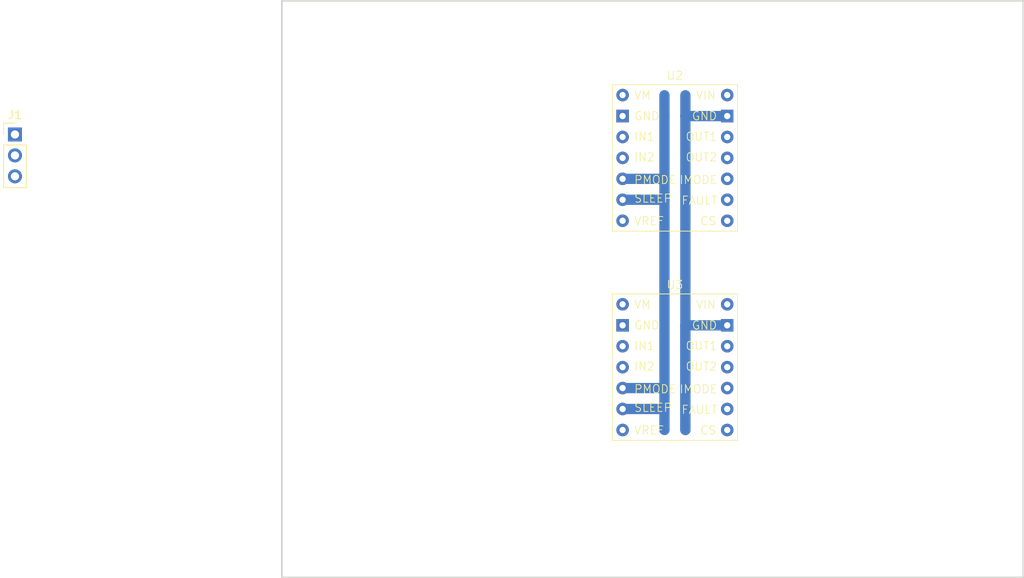
<source format=kicad_pcb>
(kicad_pcb (version 20241229) (generator "pcbnew") (generator_version "9.0")
  (layers (0 "F.Cu" signal) (2 "B.Cu" signal) (13 "F.Paste" user) (15 "B.Paste" user) (5 "F.SilkS" user "F.Silkscreen") (7 "B.SilkS" user "B.Silkscreen") (1 "F.Mask" user) (3 "B.Mask" user) (25 "Edge.Cuts" user))
  (net 0 "")
  (net 1 "/I2C1_SCL")
  (net 2 "AGND")
  (net 3 "/I2C1_SDA")
  (net 6 "/Phase A-")
  (net 7 "+24V")
  (net 9 "+3.3V")
  (net 10 "/IN2_A-")
  (net 11 "/Phase_A_CS")
  (net 12 "/Phase A+")
  (net 13 "/IN1_A+")
  (net 14 "/Phase_B_CS")
  (net 15 "/Phase B-")
  (net 18 "/Phase B+")
  (net 20 "/IN1_B+")
  (net 21 "/IN2_B-")
  (footprint "Custom_Library:Pololu_Breakout_DRV8874" (layer "F.Cu") (at 156.21 55.87)
    (property "Reference" "U2" (at 0 -10 0) (layer "F.SilkS") (effects (font (thickness 0.1))))
    (property "Value" "Pololu_Breakout_DRV8874")
    (fp_line (start -7.6 -8.89) (end 7.6 -8.89) (stroke (width 0.1)) (layer "F.SilkS"))
    (fp_line (start -7.6 8.89) (end -7.6 -8.89) (stroke (width 0.1)) (layer "F.SilkS"))
    (fp_line (start 7.6 -8.89) (end 7.6 8.89) (stroke (width 0.1)) (layer "F.SilkS"))
    (fp_line (start 7.6 8.89) (end -7.6 8.89) (stroke (width 0.1)) (layer "F.SilkS"))
    (fp_text user "IN2" (at -5 0.5 0) (layer "F.SilkS") (effects (font (thickness 0.1)) (justify left bottom)))
    (fp_text user "SLEEP" (at -5 5.5 0) (layer "F.SilkS") (effects (font (thickness 0.1)) (justify left bottom)))
    (fp_text user "GND" (at 2 -4.5 0) (layer "F.SilkS") (effects (font (thickness 0.1)) (justify left bottom)))
    (fp_text user "IN1" (at -5 -2 0) (layer "F.SilkS") (effects (font (thickness 0.1)) (justify left bottom)))
    (fp_text user "VM" (at -5 -7 0) (layer "F.SilkS") (effects (font (thickness 0.1)) (justify left bottom)))
    (fp_text user "PMODE" (at -5 3.25 0) (layer "F.SilkS") (effects (font (thickness 0.1)) (justify left bottom)))
    (fp_text user "GND" (at -5 -4.5 0) (layer "F.SilkS") (effects (font (thickness 0.1)) (justify left bottom)))
    (fp_text user "FAULT" (at 0.75 5.75 0) (layer "F.SilkS") (effects (font (thickness 0.1)) (justify left bottom)))
    (fp_text user "VIN" (at 2.5 -7 0) (layer "F.SilkS") (effects (font (thickness 0.1)) (justify left bottom)))
    (fp_text user "CS" (at 3 8.25 0) (layer "F.SilkS") (effects (font (thickness 0.1)) (justify left bottom)))
    (fp_text user "OUT1" (at 1.25 -2 0) (layer "F.SilkS") (effects (font (thickness 0.1)) (justify left bottom)))
    (fp_text user "VREF" (at -5 8.25 0) (layer "F.SilkS") (effects (font (thickness 0.1)) (justify left bottom)))
    (fp_text user "IMODE" (at 0.5 3.25 0) (layer "F.SilkS") (effects (font (thickness 0.1)) (justify left bottom)))
    (fp_text user "OUT2" (at 1.25 0.5 0) (layer "F.SilkS") (effects (font (thickness 0.1)) (justify left bottom)))
    (pad "1" thru_hole circle (at -6.35 -7.63) (size 1.524 1.524) (drill 0.762) (layers "*.Cu" "*.Mask"))
    (pad "2" thru_hole rect (at -6.35 -5.08) (size 1.524 1.524) (drill 0.762) (layers "*.Cu" "*.Mask") (net 2 "AGND"))
    (pad "3" thru_hole circle (at -6.35 -2.54) (size 1.524 1.524) (drill 0.762) (layers "*.Cu" "*.Mask") (net 13 "/IN1_A+"))
    (pad "4" thru_hole circle (at -6.35 0) (size 1.524 1.524) (drill 0.762) (layers "*.Cu" "*.Mask") (net 10 "/IN2_A-"))
    (pad "5" thru_hole circle (at -6.35 2.54) (size 1.524 1.524) (drill 0.762) (layers "*.Cu" "*.Mask") (net 9 "+3.3V"))
    (pad "6" thru_hole circle (at -6.35 5.08) (size 1.524 1.524) (drill 0.762) (layers "*.Cu" "*.Mask") (net 9 "+3.3V"))
    (pad "7" thru_hole circle (at -6.35 7.63) (size 1.524 1.524) (drill 0.762) (layers "*.Cu" "*.Mask"))
    (pad "8" thru_hole circle (at 6.35 -7.63) (size 1.524 1.524) (drill 0.762) (layers "*.Cu" "*.Mask") (net 7 "+24V"))
    (pad "9" thru_hole rect (at 6.35 -5.08) (size 1.524 1.524) (drill 0.762) (layers "*.Cu" "*.Mask") (net 2 "AGND"))
    (pad "10" thru_hole circle (at 6.35 -2.54) (size 1.524 1.524) (drill 0.762) (layers "*.Cu" "*.Mask") (net 12 "/Phase A+"))
    (pad "11" thru_hole circle (at 6.35 0) (size 1.524 1.524) (drill 0.762) (layers "*.Cu" "*.Mask") (net 6 "/Phase A-"))
    (pad "12" thru_hole circle (at 6.35 2.54) (size 1.524 1.524) (drill 0.762) (layers "*.Cu" "*.Mask"))
    (pad "13" thru_hole circle (at 6.35 5.08) (size 1.524 1.524) (drill 0.762) (layers "*.Cu" "*.Mask"))
    (pad "14" thru_hole circle (at 6.35 7.63) (size 1.524 1.524) (drill 0.762) (layers "*.Cu" "*.Mask") (net 11 "/Phase_A_CS"))
  )
  (footprint "Custom_Library:Pololu_Breakout_DRV8874" (layer "F.Cu") (at 156.21 81.27)
    (property "Reference" "U3" (at 0 -10 0) (layer "F.SilkS") (effects (font (thickness 0.1))))
    (property "Value" "Pololu_Breakout_DRV8874")
    (fp_line (start -7.6 -8.89) (end 7.6 -8.89) (stroke (width 0.1)) (layer "F.SilkS"))
    (fp_line (start -7.6 8.89) (end -7.6 -8.89) (stroke (width 0.1)) (layer "F.SilkS"))
    (fp_line (start 7.6 -8.89) (end 7.6 8.89) (stroke (width 0.1)) (layer "F.SilkS"))
    (fp_line (start 7.6 8.89) (end -7.6 8.89) (stroke (width 0.1)) (layer "F.SilkS"))
    (fp_text user "GND" (at 2 -4.5 0) (layer "F.SilkS") (effects (font (thickness 0.1)) (justify left bottom)))
    (fp_text user "IN2" (at -5 0.5 0) (layer "F.SilkS") (effects (font (thickness 0.1)) (justify left bottom)))
    (fp_text user "VIN" (at 2.5 -7 0) (layer "F.SilkS") (effects (font (thickness 0.1)) (justify left bottom)))
    (fp_text user "IN1" (at -5 -2 0) (layer "F.SilkS") (effects (font (thickness 0.1)) (justify left bottom)))
    (fp_text user "PMODE" (at -5 3.25 0) (layer "F.SilkS") (effects (font (thickness 0.1)) (justify left bottom)))
    (fp_text user "FAULT" (at 0.75 5.75 0) (layer "F.SilkS") (effects (font (thickness 0.1)) (justify left bottom)))
    (fp_text user "VREF" (at -5 8.25 0) (layer "F.SilkS") (effects (font (thickness 0.1)) (justify left bottom)))
    (fp_text user "SLEEP" (at -5 5.5 0) (layer "F.SilkS") (effects (font (thickness 0.1)) (justify left bottom)))
    (fp_text user "OUT2" (at 1.25 0.5 0) (layer "F.SilkS") (effects (font (thickness 0.1)) (justify left bottom)))
    (fp_text user "OUT1" (at 1.25 -2 0) (layer "F.SilkS") (effects (font (thickness 0.1)) (justify left bottom)))
    (fp_text user "IMODE" (at 0.5 3.25 0) (layer "F.SilkS") (effects (font (thickness 0.1)) (justify left bottom)))
    (fp_text user "CS" (at 3 8.25 0) (layer "F.SilkS") (effects (font (thickness 0.1)) (justify left bottom)))
    (fp_text user "VM" (at -5 -7 0) (layer "F.SilkS") (effects (font (thickness 0.1)) (justify left bottom)))
    (fp_text user "GND" (at -5 -4.5 0) (layer "F.SilkS") (effects (font (thickness 0.1)) (justify left bottom)))
    (pad "1" thru_hole circle (at -6.35 -7.63) (size 1.524 1.524) (drill 0.762) (layers "*.Cu" "*.Mask"))
    (pad "2" thru_hole rect (at -6.35 -5.08) (size 1.524 1.524) (drill 0.762) (layers "*.Cu" "*.Mask") (net 2 "AGND"))
    (pad "3" thru_hole circle (at -6.35 -2.54) (size 1.524 1.524) (drill 0.762) (layers "*.Cu" "*.Mask") (net 20 "/IN1_B+"))
    (pad "4" thru_hole circle (at -6.35 0) (size 1.524 1.524) (drill 0.762) (layers "*.Cu" "*.Mask") (net 21 "/IN2_B-"))
    (pad "5" thru_hole circle (at -6.35 2.54) (size 1.524 1.524) (drill 0.762) (layers "*.Cu" "*.Mask") (net 9 "+3.3V"))
    (pad "6" thru_hole circle (at -6.35 5.08) (size 1.524 1.524) (drill 0.762) (layers "*.Cu" "*.Mask") (net 9 "+3.3V"))
    (pad "7" thru_hole circle (at -6.35 7.63) (size 1.524 1.524) (drill 0.762) (layers "*.Cu" "*.Mask"))
    (pad "8" thru_hole circle (at 6.35 -7.63) (size 1.524 1.524) (drill 0.762) (layers "*.Cu" "*.Mask") (net 7 "+24V"))
    (pad "9" thru_hole rect (at 6.35 -5.08) (size 1.524 1.524) (drill 0.762) (layers "*.Cu" "*.Mask") (net 2 "AGND"))
    (pad "10" thru_hole circle (at 6.35 -2.54) (size 1.524 1.524) (drill 0.762) (layers "*.Cu" "*.Mask") (net 18 "/Phase B+"))
    (pad "11" thru_hole circle (at 6.35 0) (size 1.524 1.524) (drill 0.762) (layers "*.Cu" "*.Mask") (net 15 "/Phase B-"))
    (pad "12" thru_hole circle (at 6.35 2.54) (size 1.524 1.524) (drill 0.762) (layers "*.Cu" "*.Mask"))
    (pad "13" thru_hole circle (at 6.35 5.08) (size 1.524 1.524) (drill 0.762) (layers "*.Cu" "*.Mask"))
    (pad "14" thru_hole circle (at 6.35 7.63) (size 1.524 1.524) (drill 0.762) (layers "*.Cu" "*.Mask") (net 14 "/Phase_B_CS"))
  )
  (footprint "Connector_PinHeader_2.54mm:PinHeader_1x03_P2.54mm_Vertical" (layer "F.Cu") (at 76.095 53.025)
    (property "Reference" "J1" (at 0 -2.38 0) (layer "F.SilkS"))
    (property "Value" "I2C1")
    (fp_line (start -1.38 -1.38) (end 0 -1.38) (stroke (width 0.12)) (layer "F.SilkS"))
    (fp_line (start -1.38 0) (end -1.38 -1.38) (stroke (width 0.12)) (layer "F.SilkS"))
    (fp_line (start -1.38 1.27) (end -1.38 6.46) (stroke (width 0.12)) (layer "F.SilkS"))
    (fp_line (start -1.38 1.27) (end 1.38 1.27) (stroke (width 0.12)) (layer "F.SilkS"))
    (fp_line (start -1.38 6.46) (end 1.38 6.46) (stroke (width 0.12)) (layer "F.SilkS"))
    (fp_line (start 1.38 1.27) (end 1.38 6.46) (stroke (width 0.12)) (layer "F.SilkS"))
    (pad "1" thru_hole rect (at 0 0) (size 1.7 1.7) (drill 1) (layers "*.Cu" "*.Mask") (net 1 "/I2C1_SCL"))
    (pad "2" thru_hole circle (at 0 2.54) (size 1.7 1.7) (drill 1) (layers "*.Cu" "*.Mask") (net 3 "/I2C1_SDA"))
    (pad "3" thru_hole circle (at 0 5.08) (size 1.7 1.7) (drill 1) (layers "*.Cu" "*.Mask") (net 2 "AGND"))
  )
  (gr_rect (start 108.5 36.8) (end 198.5 106.8) (stroke (width 0.2)) (fill no) (layer "Edge.Cuts"))
  (segment (start 162.56 76.19) (end 157.49 76.19) (width 1.25) (layer "B.Cu") (net 2))
  (segment (start 157.49 50.79) (end 157.48 50.8) (width 1.25) (layer "B.Cu") (net 2))
  (segment (start 149.87 76.2) (end 149.86 76.19) (width 1.25) (layer "B.Cu") (net 2))
  (segment (start 157.48 88.9) (end 157.48 50.8) (width 1.25) (layer "B.Cu") (net 2))
  (segment (start 157.48 76.2) (end 157.48 88.9) (width 1.25) (layer "B.Cu") (net 2))
  (segment (start 162.56 50.79) (end 157.49 50.79) (width 1.25) (layer "B.Cu") (net 2))
  (segment (start 157.49 76.19) (end 157.48 76.2) (width 1.25) (layer "B.Cu") (net 2))
  (segment (start 157.48 50.8) (end 157.48 48.26) (width 1.25) (layer "B.Cu") (net 2))
  (segment (start 162.56 73.64) (end 162.54 73.66) (width 1.25) (layer "B.Cu") (net 7))
  (segment (start 154.94 50.8) (end 154.94 48.26) (width 1.25) (layer "B.Cu") (net 9))
  (segment (start 154.93 60.95) (end 154.94 60.96) (width 1.25) (layer "B.Cu") (net 9))
  (segment (start 154.93 86.35) (end 154.94 86.36) (width 1.25) (layer "B.Cu") (net 9))
  (segment (start 149.86 86.35) (end 154.93 86.35) (width 1.25) (layer "B.Cu") (net 9))
  (segment (start 154.94 58.42) (end 154.94 50.8) (width 1.25) (layer "B.Cu") (net 9))
  (segment (start 154.93 58.41) (end 154.94 58.42) (width 1.25) (layer "B.Cu") (net 9))
  (segment (start 154.94 86.36) (end 154.94 88.9) (width 1.25) (layer "B.Cu") (net 9))
  (segment (start 154.94 60.96) (end 154.94 58.42) (width 1.25) (layer "B.Cu") (net 9))
  (segment (start 154.94 86.36) (end 154.94 83.82) (width 1.25) (layer "B.Cu") (net 9))
  (segment (start 149.86 58.41) (end 154.93 58.41) (width 1.25) (layer "B.Cu") (net 9))
  (segment (start 154.94 83.82) (end 154.94 60.96) (width 1.25) (layer "B.Cu") (net 9))
  (segment (start 149.86 60.95) (end 154.93 60.95) (width 1.25) (layer "B.Cu") (net 9))
  (segment (start 149.85 60.96) (end 149.86 60.95) (width 1.25) (layer "B.Cu") (net 9))
  (segment (start 154.94 83.82) (end 154.93 83.81) (width 1.25) (layer "B.Cu") (net 9))
  (segment (start 154.93 83.81) (end 149.86 83.81) (width 1.25) (layer "B.Cu") (net 9))
)
</source>
